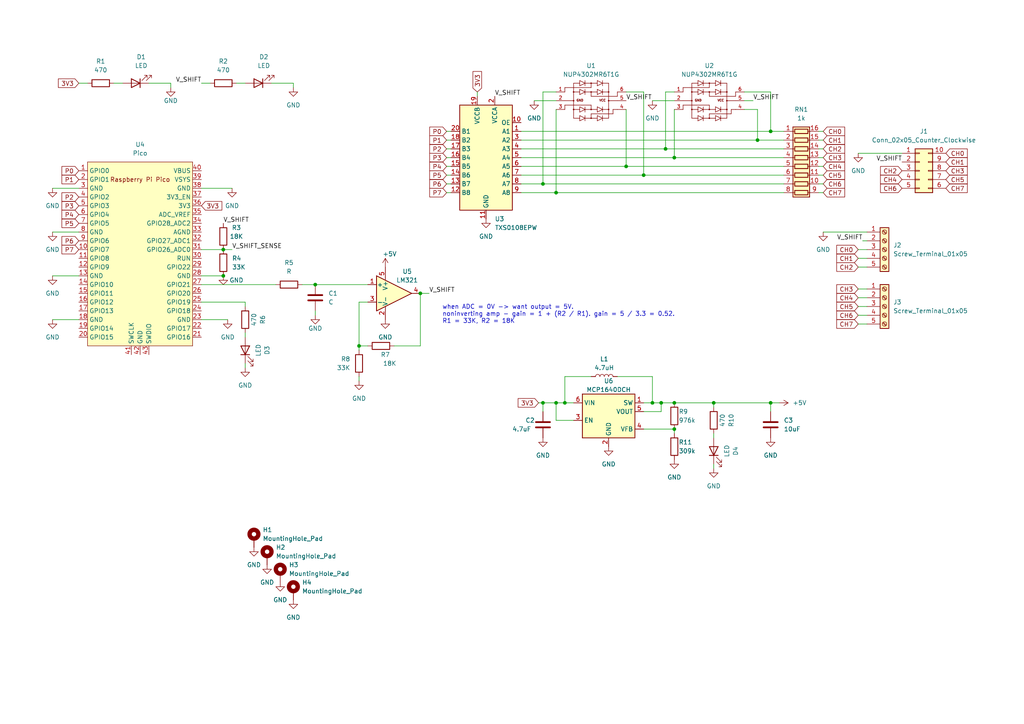
<source format=kicad_sch>
(kicad_sch (version 20230121) (generator eeschema)
  (paper "A4")
  (lib_symbols
    (symbol "Amplifier_Operational:LM321" (pin_names (offset 0.127))
      (property "Reference" "U" (at 0 7.62 0))
      (property "Value" "LM321" (at 0 5.08 0))
      (symbol "LM321_0_1"
        (polyline (pts (xy -5.08 5.08) (xy 5.08 0) (xy -5.08 -5.08) (xy -5.08 5.08)) (stroke (width 0.254)) (fill (type background)))
      )
      (symbol "LM321_1_1"
        (pin input line (at -7.62 2.54 0) (length 2.54) (name "+") (number "1"))
        (pin power_in line (at -2.54 -7.62 90) (length 3.81) (name "V-") (number "2"))
        (pin input line (at -7.62 -2.54 0) (length 2.54) (name "-") (number "3"))
        (pin output line (at 7.62 0 180) (length 2.54) (name "~") (number "4"))
        (pin power_in line (at -2.54 7.62 270) (length 3.81) (name "V+") (number "5"))
      )
    )
    (symbol "Connector:Screw_Terminal_01x05" (pin_names (offset 1.016) hide)
      (property "Reference" "J" (at 0 7.62 0))
      (property "Value" "Screw_Terminal_01x05" (at 0 -7.62 0))
      (symbol "Screw_Terminal_01x05_1_1"
        (rectangle (start -1.27 6.35) (end 1.27 -6.35) (stroke (width 0.254)) (fill (type background)))
        (circle (center 0 -5.08) (radius 0.635) (stroke (width 0.1524)))
        (circle (center 0 -2.54) (radius 0.635) (stroke (width 0.1524)))
        (polyline (pts (xy -0.5334 -4.7498) (xy 0.3302 -5.588)) (stroke (width 0.1524)))
        (polyline (pts (xy -0.5334 -2.2098) (xy 0.3302 -3.048)) (stroke (width 0.1524)))
        (polyline (pts (xy -0.5334 0.3302) (xy 0.3302 -0.508)) (stroke (width 0.1524)))
        (polyline (pts (xy -0.5334 2.8702) (xy 0.3302 2.032)) (stroke (width 0.1524)))
        (polyline (pts (xy -0.5334 5.4102) (xy 0.3302 4.572)) (stroke (width 0.1524)))
        (polyline (pts (xy -0.3556 -4.572) (xy 0.508 -5.4102)) (stroke (width 0.1524)))
        (polyline (pts (xy -0.3556 -2.032) (xy 0.508 -2.8702)) (stroke (width 0.1524)))
        (polyline (pts (xy -0.3556 0.508) (xy 0.508 -0.3302)) (stroke (width 0.1524)))
        (polyline (pts (xy -0.3556 3.048) (xy 0.508 2.2098)) (stroke (width 0.1524)))
        (polyline (pts (xy -0.3556 5.588) (xy 0.508 4.7498)) (stroke (width 0.1524)))
        (circle (center 0 0) (radius 0.635) (stroke (width 0.1524)))
        (circle (center 0 2.54) (radius 0.635) (stroke (width 0.1524)))
        (circle (center 0 5.08) (radius 0.635) (stroke (width 0.1524)))
        (pin passive line (at -5.08 5.08 0) (length 3.81) (name "Pin_1") (number "1"))
        (pin passive line (at -5.08 2.54 0) (length 3.81) (name "Pin_2") (number "2"))
        (pin passive line (at -5.08 0 0) (length 3.81) (name "Pin_3") (number "3"))
        (pin passive line (at -5.08 -2.54 0) (length 3.81) (name "Pin_4") (number "4"))
        (pin passive line (at -5.08 -5.08 0) (length 3.81) (name "Pin_5") (number "5"))
      )
    )
    (symbol "Connector_Generic:Conn_02x05_Counter_Clockwise" (pin_names (offset 1.016) hide)
      (property "Reference" "J" (at 1.27 7.62 0))
      (property "Value" "Conn_02x05_Counter_Clockwise" (at 1.27 -7.62 0))
      (symbol "Conn_02x05_Counter_Clockwise_1_1"
        (rectangle (start -1.27 -4.953) (end 0 -5.207) (stroke (width 0.1524)))
        (rectangle (start -1.27 -2.413) (end 0 -2.667) (stroke (width 0.1524)))
        (rectangle (start -1.27 0.127) (end 0 -0.127) (stroke (width 0.1524)))
        (rectangle (start -1.27 2.667) (end 0 2.413) (stroke (width 0.1524)))
        (rectangle (start -1.27 5.207) (end 0 4.953) (stroke (width 0.1524)))
        (rectangle (start -1.27 6.35) (end 3.81 -6.35) (stroke (width 0.254)) (fill (type background)))
        (rectangle (start 3.81 -4.953) (end 2.54 -5.207) (stroke (width 0.1524)))
        (rectangle (start 3.81 -2.413) (end 2.54 -2.667) (stroke (width 0.1524)))
        (rectangle (start 3.81 0.127) (end 2.54 -0.127) (stroke (width 0.1524)))
        (rectangle (start 3.81 2.667) (end 2.54 2.413) (stroke (width 0.1524)))
        (rectangle (start 3.81 5.207) (end 2.54 4.953) (stroke (width 0.1524)))
        (pin passive line (at -5.08 5.08 0) (length 3.81) (name "Pin_1") (number "1"))
        (pin passive line (at 7.62 5.08 180) (length 3.81) (name "Pin_10") (number "10"))
        (pin passive line (at -5.08 2.54 0) (length 3.81) (name "Pin_2") (number "2"))
        (pin passive line (at -5.08 0 0) (length 3.81) (name "Pin_3") (number "3"))
        (pin passive line (at -5.08 -2.54 0) (length 3.81) (name "Pin_4") (number "4"))
        (pin passive line (at -5.08 -5.08 0) (length 3.81) (name "Pin_5") (number "5"))
        (pin passive line (at 7.62 -5.08 180) (length 3.81) (name "Pin_6") (number "6"))
        (pin passive line (at 7.62 -2.54 180) (length 3.81) (name "Pin_7") (number "7"))
        (pin passive line (at 7.62 0 180) (length 3.81) (name "Pin_8") (number "8"))
        (pin passive line (at 7.62 2.54 180) (length 3.81) (name "Pin_9") (number "9"))
      )
    )
    (symbol "Device:C" (pin_numbers hide) (pin_names (offset 0.254))
      (property "Reference" "C" (at 0.635 2.54 0))
      (property "Value" "C" (at 0.635 -2.54 0))
      (symbol "C_0_1"
        (polyline (pts (xy -2.032 -0.762) (xy 2.032 -0.762)) (stroke (width 0.508)))
        (polyline (pts (xy -2.032 0.762) (xy 2.032 0.762)) (stroke (width 0.508)))
      )
      (symbol "C_1_1"
        (pin passive line (at 0 3.81 270) (length 2.794) (name "~") (number "1"))
        (pin passive line (at 0 -3.81 90) (length 2.794) (name "~") (number "2"))
      )
    )
    (symbol "Device:L" (pin_numbers hide) (pin_names (offset 1.016) hide)
      (property "Reference" "L" (at -1.27 0 90))
      (property "Value" "L" (at 1.905 0 90))
      (symbol "L_0_1"
        (arc (start 0 -2.54) (mid 0.6323 -1.905) (end 0 -1.27))
        (arc (start 0 -1.27) (mid 0.6323 -0.635) (end 0 0))
        (arc (start 0 0) (mid 0.6323 0.635) (end 0 1.27))
        (arc (start 0 1.27) (mid 0.6323 1.905) (end 0 2.54))
      )
      (symbol "L_1_1"
        (pin passive line (at 0 3.81 270) (length 1.27) (name "1") (number "1"))
        (pin passive line (at 0 -3.81 90) (length 1.27) (name "2") (number "2"))
      )
    )
    (symbol "Device:LED" (pin_numbers hide) (pin_names (offset 1.016) hide)
      (property "Reference" "D" (at 0 2.54 0))
      (property "Value" "LED" (at 0 -2.54 0))
      (symbol "LED_0_1"
        (polyline (pts (xy -1.27 -1.27) (xy -1.27 1.27)) (stroke (width 0.254)))
        (polyline (pts (xy -1.27 0) (xy 1.27 0)))
        (polyline (pts (xy 1.27 -1.27) (xy 1.27 1.27) (xy -1.27 0) (xy 1.27 -1.27)) (stroke (width 0.254)))
        (polyline (pts (xy -3.048 -0.762) (xy -4.572 -2.286) (xy -3.81 -2.286) (xy -4.572 -2.286) (xy -4.572 -1.524)))
        (polyline (pts (xy -1.778 -0.762) (xy -3.302 -2.286) (xy -2.54 -2.286) (xy -3.302 -2.286) (xy -3.302 -1.524)))
      )
      (symbol "LED_1_1"
        (pin passive line (at -3.81 0 0) (length 2.54) (name "K") (number "1"))
        (pin passive line (at 3.81 0 180) (length 2.54) (name "A") (number "2"))
      )
    )
    (symbol "Device:R" (pin_numbers hide) (pin_names (offset 0))
      (property "Reference" "R" (at 2.032 0 90))
      (property "Value" "R" (at 0 0 90))
      (symbol "R_0_1"
        (rectangle (start -1.016 -2.54) (end 1.016 2.54) (stroke (width 0.254)))
      )
      (symbol "R_1_1"
        (pin passive line (at 0 3.81 270) (length 1.27) (name "~") (number "1"))
        (pin passive line (at 0 -3.81 90) (length 1.27) (name "~") (number "2"))
      )
    )
    (symbol "Device:R_Pack08" (pin_names (offset 0) hide)
      (property "Reference" "RN" (at -12.7 0 90))
      (property "Value" "R_Pack08" (at 10.16 0 90))
      (symbol "R_Pack08_0_1"
        (rectangle (start -11.43 -2.413) (end 8.89 2.413) (stroke (width 0.254)) (fill (type background)))
        (rectangle (start -10.795 1.905) (end -9.525 -1.905) (stroke (width 0.254)))
        (rectangle (start -8.255 1.905) (end -6.985 -1.905) (stroke (width 0.254)))
        (rectangle (start -5.715 1.905) (end -4.445 -1.905) (stroke (width 0.254)))
        (rectangle (start -3.175 1.905) (end -1.905 -1.905) (stroke (width 0.254)))
        (rectangle (start -0.635 1.905) (end 0.635 -1.905) (stroke (width 0.254)))
        (polyline (pts (xy -10.16 -2.54) (xy -10.16 -1.905)))
        (polyline (pts (xy -10.16 1.905) (xy -10.16 2.54)))
        (polyline (pts (xy -7.62 -2.54) (xy -7.62 -1.905)))
        (polyline (pts (xy -7.62 1.905) (xy -7.62 2.54)))
        (polyline (pts (xy -5.08 -2.54) (xy -5.08 -1.905)))
        (polyline (pts (xy -5.08 1.905) (xy -5.08 2.54)))
        (polyline (pts (xy -2.54 -2.54) (xy -2.54 -1.905)))
        (polyline (pts (xy -2.54 1.905) (xy -2.54 2.54)))
        (polyline (pts (xy 0 -2.54) (xy 0 -1.905)))
        (polyline (pts (xy 0 1.905) (xy 0 2.54)))
        (polyline (pts (xy 2.54 -2.54) (xy 2.54 -1.905)))
        (polyline (pts (xy 2.54 1.905) (xy 2.54 2.54)))
        (polyline (pts (xy 5.08 -2.54) (xy 5.08 -1.905)))
        (polyline (pts (xy 5.08 1.905) (xy 5.08 2.54)))
        (polyline (pts (xy 7.62 -2.54) (xy 7.62 -1.905)))
        (polyline (pts (xy 7.62 1.905) (xy 7.62 2.54)))
        (rectangle (start 1.905 1.905) (end 3.175 -1.905) (stroke (width 0.254)))
        (rectangle (start 4.445 1.905) (end 5.715 -1.905) (stroke (width 0.254)))
        (rectangle (start 6.985 1.905) (end 8.255 -1.905) (stroke (width 0.254)))
      )
      (symbol "R_Pack08_1_1"
        (pin passive line (at -10.16 -5.08 90) (length 2.54) (name "R1.1") (number "1"))
        (pin passive line (at 5.08 5.08 270) (length 2.54) (name "R7.2") (number "10"))
        (pin passive line (at 2.54 5.08 270) (length 2.54) (name "R6.2") (number "11"))
        (pin passive line (at 0 5.08 270) (length 2.54) (name "R5.2") (number "12"))
        (pin passive line (at -2.54 5.08 270) (length 2.54) (name "R4.2") (number "13"))
        (pin passive line (at -5.08 5.08 270) (length 2.54) (name "R3.2") (number "14"))
        (pin passive line (at -7.62 5.08 270) (length 2.54) (name "R2.2") (number "15"))
        (pin passive line (at -10.16 5.08 270) (length 2.54) (name "R1.2") (number "16"))
        (pin passive line (at -7.62 -5.08 90) (length 2.54) (name "R2.1") (number "2"))
        (pin passive line (at -5.08 -5.08 90) (length 2.54) (name "R3.1") (number "3"))
        (pin passive line (at -2.54 -5.08 90) (length 2.54) (name "R4.1") (number "4"))
        (pin passive line (at 0 -5.08 90) (length 2.54) (name "R5.1") (number "5"))
        (pin passive line (at 2.54 -5.08 90) (length 2.54) (name "R6.1") (number "6"))
        (pin passive line (at 5.08 -5.08 90) (length 2.54) (name "R7.1") (number "7"))
        (pin passive line (at 7.62 -5.08 90) (length 2.54) (name "R8.1") (number "8"))
        (pin passive line (at 7.62 5.08 270) (length 2.54) (name "R8.2") (number "9"))
      )
    )
    (symbol "Logic_LevelTranslator:TXS0108EPW"
      (property "Reference" "U" (at -6.35 16.51 0))
      (property "Value" "TXS0108EPW" (at 3.81 16.51 0))
      (symbol "TXS0108EPW_0_1"
        (rectangle (start -7.62 15.24) (end 7.62 -15.24) (stroke (width 0.254)) (fill (type background)))
      )
      (symbol "TXS0108EPW_1_1"
        (pin bidirectional line (at -10.16 7.62 0) (length 2.54) (name "A1") (number "1"))
        (pin input line (at -10.16 10.16 0) (length 2.54) (name "OE") (number "10"))
        (pin power_in line (at 0 -17.78 90) (length 2.54) (name "GND") (number "11"))
        (pin bidirectional line (at 10.16 -10.16 180) (length 2.54) (name "B8") (number "12"))
        (pin bidirectional line (at 10.16 -7.62 180) (length 2.54) (name "B7") (number "13"))
        (pin bidirectional line (at 10.16 -5.08 180) (length 2.54) (name "B6") (number "14"))
        (pin bidirectional line (at 10.16 -2.54 180) (length 2.54) (name "B5") (number "15"))
        (pin bidirectional line (at 10.16 0 180) (length 2.54) (name "B4") (number "16"))
        (pin bidirectional line (at 10.16 2.54 180) (length 2.54) (name "B3") (number "17"))
        (pin bidirectional line (at 10.16 5.08 180) (length 2.54) (name "B2") (number "18"))
        (pin power_in line (at 2.54 17.78 270) (length 2.54) (name "VCCB") (number "19"))
        (pin power_in line (at -2.54 17.78 270) (length 2.54) (name "VCCA") (number "2"))
        (pin bidirectional line (at 10.16 7.62 180) (length 2.54) (name "B1") (number "20"))
        (pin bidirectional line (at -10.16 5.08 0) (length 2.54) (name "A2") (number "3"))
        (pin bidirectional line (at -10.16 2.54 0) (length 2.54) (name "A3") (number "4"))
        (pin bidirectional line (at -10.16 0 0) (length 2.54) (name "A4") (number "5"))
        (pin bidirectional line (at -10.16 -2.54 0) (length 2.54) (name "A5") (number "6"))
        (pin bidirectional line (at -10.16 -5.08 0) (length 2.54) (name "A6") (number "7"))
        (pin bidirectional line (at -10.16 -7.62 0) (length 2.54) (name "A7") (number "8"))
        (pin bidirectional line (at -10.16 -10.16 0) (length 2.54) (name "A8") (number "9"))
      )
    )
    (symbol "MCU_RaspberryPi_and_Boards:Pico"
      (property "Reference" "U" (at -13.97 27.94 0))
      (property "Value" "Pico" (at 0 19.05 0))
      (symbol "Pico_0_0"
        (text "Raspberry Pi Pico" (at 0 21.59 0) (effects (font (size 1.27 1.27))))
      )
      (symbol "Pico_0_1"
        (rectangle (start -15.24 26.67) (end 15.24 -26.67) (fill (type background)))
      )
      (symbol "Pico_1_1"
        (pin bidirectional line (at -17.78 24.13 0) (length 2.54) (name "GPIO0") (number "1"))
        (pin bidirectional line (at -17.78 1.27 0) (length 2.54) (name "GPIO7") (number "10"))
        (pin bidirectional line (at -17.78 -1.27 0) (length 2.54) (name "GPIO8") (number "11"))
        (pin bidirectional line (at -17.78 -3.81 0) (length 2.54) (name "GPIO9") (number "12"))
        (pin power_in line (at -17.78 -6.35 0) (length 2.54) (name "GND") (number "13"))
        (pin bidirectional line (at -17.78 -8.89 0) (length 2.54) (name "GPIO10") (number "14"))
        (pin bidirectional line (at -17.78 -11.43 0) (length 2.54) (name "GPIO11") (number "15"))
        (pin bidirectional line (at -17.78 -13.97 0) (length 2.54) (name "GPIO12") (number "16"))
        (pin bidirectional line (at -17.78 -16.51 0) (length 2.54) (name "GPIO13") (number "17"))
        (pin power_in line (at -17.78 -19.05 0) (length 2.54) (name "GND") (number "18"))
        (pin bidirectional line (at -17.78 -21.59 0) (length 2.54) (name "GPIO14") (number "19"))
        (pin bidirectional line (at -17.78 21.59 0) (length 2.54) (name "GPIO1") (number "2"))
        (pin bidirectional line (at -17.78 -24.13 0) (length 2.54) (name "GPIO15") (number "20"))
        (pin bidirectional line (at 17.78 -24.13 180) (length 2.54) (name "GPIO16") (number "21"))
        (pin bidirectional line (at 17.78 -21.59 180) (length 2.54) (name "GPIO17") (number "22"))
        (pin power_in line (at 17.78 -19.05 180) (length 2.54) (name "GND") (number "23"))
        (pin bidirectional line (at 17.78 -16.51 180) (length 2.54) (name "GPIO18") (number "24"))
        (pin bidirectional line (at 17.78 -13.97 180) (length 2.54) (name "GPIO19") (number "25"))
        (pin bidirectional line (at 17.78 -11.43 180) (length 2.54) (name "GPIO20") (number "26"))
        (pin bidirectional line (at 17.78 -8.89 180) (length 2.54) (name "GPIO21") (number "27"))
        (pin power_in line (at 17.78 -6.35 180) (length 2.54) (name "GND") (number "28"))
        (pin bidirectional line (at 17.78 -3.81 180) (length 2.54) (name "GPIO22") (number "29"))
        (pin power_in line (at -17.78 19.05 0) (length 2.54) (name "GND") (number "3"))
        (pin input line (at 17.78 -1.27 180) (length 2.54) (name "RUN") (number "30"))
        (pin bidirectional line (at 17.78 1.27 180) (length 2.54) (name "GPIO26_ADC0") (number "31"))
        (pin bidirectional line (at 17.78 3.81 180) (length 2.54) (name "GPIO27_ADC1") (number "32"))
        (pin power_in line (at 17.78 6.35 180) (length 2.54) (name "AGND") (number "33"))
        (pin bidirectional line (at 17.78 8.89 180) (length 2.54) (name "GPIO28_ADC2") (number "34"))
        (pin power_in line (at 17.78 11.43 180) (length 2.54) (name "ADC_VREF") (number "35"))
        (pin power_in line (at 17.78 13.97 180) (length 2.54) (name "3V3") (number "36"))
        (pin input line (at 17.78 16.51 180) (length 2.54) (name "3V3_EN") (number "37"))
        (pin bidirectional line (at 17.78 19.05 180) (length 2.54) (name "GND") (number "38"))
        (pin power_in line (at 17.78 21.59 180) (length 2.54) (name "VSYS") (number "39"))
        (pin bidirectional line (at -17.78 16.51 0) (length 2.54) (name "GPIO2") (number "4"))
        (pin power_in line (at 17.78 24.13 180) (length 2.54) (name "VBUS") (number "40"))
        (pin input line (at -2.54 -29.21 90) (length 2.54) (name "SWCLK") (number "41"))
        (pin power_in line (at 0 -29.21 90) (length 2.54) (name "GND") (number "42"))
        (pin bidirectional line (at 2.54 -29.21 90) (length 2.54) (name "SWDIO") (number "43"))
        (pin bidirectional line (at -17.78 13.97 0) (length 2.54) (name "GPIO3") (number "5"))
        (pin bidirectional line (at -17.78 11.43 0) (length 2.54) (name "GPIO4") (number "6"))
        (pin bidirectional line (at -17.78 8.89 0) (length 2.54) (name "GPIO5") (number "7"))
        (pin power_in line (at -17.78 6.35 0) (length 2.54) (name "GND") (number "8"))
        (pin bidirectional line (at -17.78 3.81 0) (length 2.54) (name "GPIO6") (number "9"))
      )
    )
    (symbol "Mechanical:MountingHole_Pad" (pin_numbers hide) (pin_names (offset 1.016) hide)
      (property "Reference" "H" (at 0 6.35 0))
      (property "Value" "MountingHole_Pad" (at 0 4.445 0))
      (symbol "MountingHole_Pad_0_1"
        (circle (center 0 1.27) (radius 1.27) (stroke (width 1.27)))
      )
      (symbol "MountingHole_Pad_1_1"
        (pin input line (at 0 -2.54 90) (length 2.54) (name "1") (number "1"))
      )
    )
    (symbol "Regulator_Switching:MCP1640DCH"
      (property "Reference" "U" (at -7.62 8.89 0))
      (property "Value" "MCP1640DCH" (at -1.27 8.89 0))
      (symbol "MCP1640DCH_0_1"
        (rectangle (start -7.62 7.62) (end 7.62 -5.08) (stroke (width 0.254)) (fill (type background)))
      )
      (symbol "MCP1640DCH_1_1"
        (pin input line (at 10.16 5.08 180) (length 2.54) (name "SW") (number "1"))
        (pin power_in line (at 0 -7.62 90) (length 2.54) (name "GND") (number "2"))
        (pin input line (at -10.16 0 0) (length 2.54) (name "EN") (number "3"))
        (pin input line (at 10.16 -2.54 180) (length 2.54) (name "VFB") (number "4"))
        (pin power_out line (at 10.16 2.54 180) (length 2.54) (name "VOUT") (number "5"))
        (pin power_in line (at -10.16 5.08 0) (length 2.54) (name "VIN") (number "6"))
      )
    )
    (symbol "Schottky_array:NUP4302MR6T1G" (pin_names (offset 1.016))
      (property "Reference" "U" (at -5.08 6.858 0))
      (property "Value" "NUP4302MR6T1G" (at -5.08 -8.89 0))
      (symbol "NUP4302MR6T1G_0_0"
        (circle (center -5.08 -2.54) (radius 0.127) (stroke (width 0.2032)))
        (circle (center -5.08 0) (radius 0.127) (stroke (width 0.2032)))
        (circle (center -5.08 2.54) (radius 0.127) (stroke (width 0.2032)))
        (circle (center 0 -5.08) (radius 0.127) (stroke (width 0.2032)))
        (circle (center 0 -2.54) (radius 0.127) (stroke (width 0.2032)))
        (polyline (pts (xy -7.62 -2.54) (xy -7.62 -1.27)) (stroke (width 0.1524)))
        (polyline (pts (xy -7.62 -1.27) (xy 0 -1.27)) (stroke (width 0.1524)))
        (polyline (pts (xy -7.62 0) (xy -5.08 0)) (stroke (width 0.1524)))
        (polyline (pts (xy -7.62 2.54) (xy -7.62 3.81)) (stroke (width 0.1524)))
        (polyline (pts (xy -7.62 3.81) (xy 0 3.81)) (stroke (width 0.1524)))
        (polyline (pts (xy -5.08 -5.08) (xy -3.302 -5.08)) (stroke (width 0.1524)))
        (polyline (pts (xy -5.08 -2.54) (xy -3.302 -2.54)) (stroke (width 0.1524)))
        (polyline (pts (xy -5.08 0) (xy -5.08 -5.08)) (stroke (width 0.1524)))
        (polyline (pts (xy -5.08 2.54) (xy -3.302 2.54)) (stroke (width 0.1524)))
        (polyline (pts (xy -5.08 5.08) (xy -5.08 0)) (stroke (width 0.1524)))
        (polyline (pts (xy -5.08 5.08) (xy -3.302 5.08)) (stroke (width 0.1524)))
        (polyline (pts (xy -3.302 -5.842) (xy -1.778 -5.08)) (stroke (width 0.1524)))
        (polyline (pts (xy -3.302 -5.08) (xy -3.302 -5.842)) (stroke (width 0.1524)))
        (polyline (pts (xy -3.302 -4.318) (xy -3.302 -5.08)) (stroke (width 0.1524)))
        (polyline (pts (xy -3.302 -3.302) (xy -1.778 -2.54)) (stroke (width 0.1524)))
        (polyline (pts (xy -3.302 -2.54) (xy -3.302 -3.302)) (stroke (width 0.1524)))
        (polyline (pts (xy -3.302 -1.778) (xy -3.302 -2.54)) (stroke (width 0.1524)))
        (polyline (pts (xy -3.302 1.778) (xy -1.778 2.54)) (stroke (width 0.1524)))
        (polyline (pts (xy -3.302 2.54) (xy -3.302 1.778)) (stroke (width 0.1524)))
        (polyline (pts (xy -3.302 3.302) (xy -3.302 2.54)) (stroke (width 0.1524)))
        (polyline (pts (xy -3.302 4.318) (xy -1.778 5.08)) (stroke (width 0.1524)))
        (polyline (pts (xy -3.302 5.08) (xy -3.302 4.318)) (stroke (width 0.1524)))
        (polyline (pts (xy -3.302 5.842) (xy -3.302 5.08)) (stroke (width 0.1524)))
        (polyline (pts (xy -1.778 -5.08) (xy -3.302 -4.318)) (stroke (width 0.1524)))
        (polyline (pts (xy -1.778 -5.08) (xy -1.778 -5.842)) (stroke (width 0.1524)))
        (polyline (pts (xy -1.778 -5.08) (xy 0 -5.08)) (stroke (width 0.1524)))
        (polyline (pts (xy -1.778 -4.318) (xy -1.778 -5.08)) (stroke (width 0.1524)))
        (polyline (pts (xy -1.778 -2.54) (xy -3.302 -1.778)) (stroke (width 0.1524)))
        (polyline (pts (xy -1.778 -2.54) (xy -1.778 -3.302)) (stroke (width 0.1524)))
        (polyline (pts (xy -1.778 -2.54) (xy 0 -2.54)) (stroke (width 0.1524)))
        (polyline (pts (xy -1.778 -1.778) (xy -1.778 -2.54)) (stroke (width 0.1524)))
        (polyline (pts (xy -1.778 2.54) (xy -3.302 3.302)) (stroke (width 0.1524)))
        (polyline (pts (xy -1.778 2.54) (xy -1.778 1.778)) (stroke (width 0.1524)))
        (polyline (pts (xy -1.778 2.54) (xy 0 2.54)) (stroke (width 0.1524)))
        (polyline (pts (xy -1.778 3.302) (xy -1.778 2.54)) (stroke (width 0.1524)))
        (polyline (pts (xy -1.778 5.08) (xy -3.302 5.842)) (stroke (width 0.1524)))
        (polyline (pts (xy -1.778 5.08) (xy -1.778 4.318)) (stroke (width 0.1524)))
        (polyline (pts (xy -1.778 5.08) (xy 0 5.08)) (stroke (width 0.1524)))
        (polyline (pts (xy -1.778 5.842) (xy -1.778 5.08)) (stroke (width 0.1524)))
        (polyline (pts (xy 0 -5.08) (xy 1.778 -5.08)) (stroke (width 0.1524)))
        (polyline (pts (xy 0 -3.81) (xy 0 -5.08)) (stroke (width 0.1524)))
        (polyline (pts (xy 0 -2.54) (xy 1.778 -2.54)) (stroke (width 0.1524)))
        (polyline (pts (xy 0 -1.27) (xy 0 -2.54)) (stroke (width 0.1524)))
        (polyline (pts (xy 0 1.27) (xy 0 2.54)) (stroke (width 0.1524)))
        (polyline (pts (xy 0 2.54) (xy 1.778 2.54)) (stroke (width 0.1524)))
        (polyline (pts (xy 0 3.81) (xy 0 5.08)) (stroke (width 0.1524)))
        (polyline (pts (xy 0 5.08) (xy 1.778 5.08)) (stroke (width 0.1524)))
        (polyline (pts (xy 1.778 -5.842) (xy 3.302 -5.08)) (stroke (width 0.1524)))
        (polyline (pts (xy 1.778 -5.08) (xy 1.778 -5.842)) (stroke (width 0.1524)))
        (polyline (pts (xy 1.778 -4.318) (xy 1.778 -5.08)) (stroke (width 0.1524)))
        (polyline (pts (xy 1.778 -3.302) (xy 3.302 -2.54)) (stroke (width 0.1524)))
        (polyline (pts (xy 1.778 -2.54) (xy 1.778 -3.302)) (stroke (width 0.1524)))
        (polyline (pts (xy 1.778 -1.778) (xy 1.778 -2.54)) (stroke (width 0.1524)))
        (polyline (pts (xy 1.778 1.778) (xy 3.302 2.54)) (stroke (width 0.1524)))
        (polyline (pts (xy 1.778 2.54) (xy 1.778 1.778)) (stroke (width 0.1524)))
        (polyline (pts (xy 1.778 3.302) (xy 1.778 2.54)) (stroke (width 0.1524)))
        (polyline (pts (xy 1.778 4.318) (xy 3.302 5.08)) (stroke (width 0.1524)))
        (polyline (pts (xy 1.778 5.08) (xy 1.778 4.318)) (stroke (width 0.1524)))
        (polyline (pts (xy 1.778 5.842) (xy 1.778 5.08)) (stroke (width 0.1524)))
        (polyline (pts (xy 3.302 -5.08) (xy 1.778 -4.318)) (stroke (width 0.1524)))
        (polyline (pts (xy 3.302 -5.08) (xy 3.302 -5.842)) (stroke (width 0.1524)))
        (polyline (pts (xy 3.302 -5.08) (xy 5.08 -5.08)) (stroke (width 0.1524)))
        (polyline (pts (xy 3.302 -4.318) (xy 3.302 -5.08)) (stroke (width 0.1524)))
        (polyline (pts (xy 3.302 -2.54) (xy 1.778 -1.778)) (stroke (width 0.1524)))
        (polyline (pts (xy 3.302 -2.54) (xy 3.302 -3.302)) (stroke (width 0.1524)))
        (polyline (pts (xy 3.302 -2.54) (xy 5.08 -2.54)) (stroke (width 0.1524)))
        (polyline (pts (xy 3.302 -1.778) (xy 3.302 -2.54)) (stroke (width 0.1524)))
        (polyline (pts (xy 3.302 2.54) (xy 1.778 3.302)) (stroke (width 0.1524)))
        (polyline (pts (xy 3.302 2.54) (xy 3.302 1.778)) (stroke (width 0.1524)))
        (polyline (pts (xy 3.302 2.54) (xy 5.08 2.54)) (stroke (width 0.1524)))
        (polyline (pts (xy 3.302 3.302) (xy 3.302 2.54)) (stroke (width 0.1524)))
        (polyline (pts (xy 3.302 5.08) (xy 1.778 5.842)) (stroke (width 0.1524)))
        (polyline (pts (xy 3.302 5.08) (xy 3.302 4.318)) (stroke (width 0.1524)))
        (polyline (pts (xy 3.302 5.08) (xy 5.08 5.08)) (stroke (width 0.1524)))
        (polyline (pts (xy 3.302 5.842) (xy 3.302 5.08)) (stroke (width 0.1524)))
        (polyline (pts (xy 5.08 0) (xy 5.08 -5.08)) (stroke (width 0.1524)))
        (polyline (pts (xy 5.08 5.08) (xy 5.08 0)) (stroke (width 0.1524)))
        (polyline (pts (xy 6.35 -3.81) (xy 0 -3.81)) (stroke (width 0.1524)))
        (polyline (pts (xy 6.35 -2.54) (xy 6.35 -3.81)) (stroke (width 0.1524)))
        (polyline (pts (xy 7.62 -2.54) (xy 6.35 -2.54)) (stroke (width 0.1524)))
        (polyline (pts (xy 7.62 0) (xy 5.08 0)) (stroke (width 0.1524)))
        (polyline (pts (xy 7.62 1.27) (xy 0 1.27)) (stroke (width 0.1524)))
        (polyline (pts (xy 7.62 2.54) (xy 7.62 1.27)) (stroke (width 0.1524)))
        (circle (center 0 2.54) (radius 0.127) (stroke (width 0.2032)))
        (circle (center 0 5.08) (radius 0.127) (stroke (width 0.2032)))
        (circle (center 5.08 -2.54) (radius 0.127) (stroke (width 0.2032)))
        (circle (center 5.08 0) (radius 0.127) (stroke (width 0.2032)))
        (circle (center 5.08 2.54) (radius 0.127) (stroke (width 0.2032)))
        (text "GND" (at -4.318 -0.254 0) (effects (font (size 0.635 0.635)) (justify left bottom)))
        (text "VCC" (at 2.286 -0.254 0) (effects (font (size 0.635 0.635)) (justify left bottom)))
        (pin passive line (at -10.16 2.54 0) (length 2.54) (name "~") (number "1"))
        (pin passive line (at -10.16 0 0) (length 2.54) (name "~") (number "2"))
        (pin passive line (at -10.16 -2.54 0) (length 2.54) (name "~") (number "3"))
        (pin passive line (at 10.16 -2.54 180) (length 2.54) (name "~") (number "4"))
        (pin passive line (at 10.16 0 180) (length 2.54) (name "~") (number "5"))
        (pin passive line (at 10.16 2.54 180) (length 2.54) (name "~") (number "6"))
      )
    )
    (symbol "power:+5V" (power) (pin_names (offset 0))
      (property "Value" "+5V" (at 0 3.556 0))
      (symbol "+5V_0_1"
        (polyline (pts (xy -0.762 1.27) (xy 0 2.54)))
        (polyline (pts (xy 0 0) (xy 0 2.54)))
        (polyline (pts (xy 0 2.54) (xy 0.762 1.27)))
      )
      (symbol "+5V_1_1"
        (pin power_in line (at 0 0 90) (length 0) hide (name "+5V") (number "1"))
      )
    )
    (symbol "power:GND" (power) (pin_names (offset 0))
      (property "Value" "GND" (at 0 -3.81 0))
      (symbol "GND_0_1"
        (polyline (pts (xy 0 0) (xy 0 -1.27) (xy 1.27 -1.27) (xy 0 -2.54) (xy -1.27 -1.27) (xy 0 -1.27)))
      )
      (symbol "GND_1_1"
        (pin power_in line (at 0 0 270) (length 0) hide (name "GND") (number "1"))
      )
    )
  )
  (junction (at 161.29 55.88))
  (junction (at 195.58 124.46))
  (junction (at 157.48 53.34))
  (junction (at 163.83 116.84))
  (junction (at 195.58 45.72))
  (junction (at 121.92 85.09))
  (junction (at 157.48 116.84))
  (junction (at 223.52 38.1))
  (junction (at 219.71 40.64))
  (junction (at 191.77 116.84))
  (junction (at 104.14 100.33))
  (junction (at 189.23 116.84))
  (junction (at 195.58 116.84))
  (junction (at 193.04 43.18))
  (junction (at 223.52 116.84))
  (junction (at 91.44 82.55))
  (junction (at 64.77 72.39))
  (junction (at 181.61 48.26))
  (junction (at 161.29 116.84))
  (junction (at 207.01 116.84))
  (junction (at 186.69 50.8))
  (junction (at 64.77 80.01))
  (wire (pts (xy 195.58 26.67) (xy 193.04 26.67)))
  (wire (pts (xy 151.13 40.64) (xy 219.71 40.64)))
  (wire (pts (xy 58.42 72.39) (xy 64.77 72.39)))
  (wire (pts (xy 49.53 24.13) (xy 49.53 25.4)))
  (wire (pts (xy 223.52 116.84) (xy 226.06 116.84)))
  (wire (pts (xy 193.04 26.67) (xy 193.04 43.18)))
  (wire (pts (xy 114.3 100.33) (xy 121.92 100.33)))
  (wire (pts (xy 238.76 53.34) (xy 237.49 53.34)))
  (wire (pts (xy 223.52 26.67) (xy 223.52 38.1)))
  (wire (pts (xy 66.04 92.71) (xy 58.42 92.71)))
  (wire (pts (xy 157.48 26.67) (xy 157.48 53.34)))
  (wire (pts (xy 71.12 97.79) (xy 71.12 96.52)))
  (wire (pts (xy 181.61 48.26) (xy 227.33 48.26)))
  (wire (pts (xy 238.76 45.72) (xy 237.49 45.72)))
  (wire (pts (xy 151.13 45.72) (xy 195.58 45.72)))
  (wire (pts (xy 189.23 109.22) (xy 189.23 116.84)))
  (wire (pts (xy 104.14 101.6) (xy 104.14 100.33)))
  (wire (pts (xy 191.77 116.84) (xy 195.58 116.84)))
  (wire (pts (xy 68.58 24.13) (xy 71.12 24.13)))
  (wire (pts (xy 251.46 86.36) (xy 248.92 86.36)))
  (wire (pts (xy 161.29 116.84) (xy 161.29 121.92)))
  (wire (pts (xy 195.58 124.46) (xy 195.58 125.73)))
  (wire (pts (xy 223.52 116.84) (xy 223.52 119.38)))
  (wire (pts (xy 251.46 74.93) (xy 248.92 74.93)))
  (wire (pts (xy 248.92 44.45) (xy 261.62 44.45)))
  (wire (pts (xy 251.46 72.39) (xy 248.92 72.39)))
  (wire (pts (xy 223.52 38.1) (xy 227.33 38.1)))
  (wire (pts (xy 151.13 48.26) (xy 181.61 48.26)))
  (wire (pts (xy 195.58 45.72) (xy 227.33 45.72)))
  (wire (pts (xy 163.83 109.22) (xy 171.45 109.22)))
  (wire (pts (xy 251.46 69.85) (xy 250.19 69.85)))
  (wire (pts (xy 15.24 92.71) (xy 22.86 92.71)))
  (wire (pts (xy 15.24 67.31) (xy 22.86 67.31)))
  (wire (pts (xy 121.92 85.09) (xy 121.92 100.33)))
  (wire (pts (xy 238.76 55.88) (xy 237.49 55.88)))
  (wire (pts (xy 251.46 88.9) (xy 248.92 88.9)))
  (wire (pts (xy 157.48 116.84) (xy 161.29 116.84)))
  (wire (pts (xy 207.01 116.84) (xy 223.52 116.84)))
  (wire (pts (xy 193.04 43.18) (xy 227.33 43.18)))
  (wire (pts (xy 215.9 31.75) (xy 219.71 31.75)))
  (wire (pts (xy 251.46 91.44) (xy 248.92 91.44)))
  (wire (pts (xy 58.42 24.13) (xy 60.96 24.13)))
  (wire (pts (xy 161.29 31.75) (xy 161.29 55.88)))
  (wire (pts (xy 186.69 50.8) (xy 227.33 50.8)))
  (wire (pts (xy 238.76 67.31) (xy 251.46 67.31)))
  (wire (pts (xy 151.13 38.1) (xy 223.52 38.1)))
  (wire (pts (xy 189.23 116.84) (xy 191.77 116.84)))
  (wire (pts (xy 71.12 87.63) (xy 71.12 88.9)))
  (wire (pts (xy 219.71 40.64) (xy 227.33 40.64)))
  (wire (pts (xy 129.54 43.18) (xy 130.81 43.18)))
  (wire (pts (xy 215.9 26.67) (xy 223.52 26.67)))
  (wire (pts (xy 151.13 50.8) (xy 186.69 50.8)))
  (wire (pts (xy 154.94 29.21) (xy 161.29 29.21)))
  (wire (pts (xy 191.77 119.38) (xy 186.69 119.38)))
  (wire (pts (xy 15.24 54.61) (xy 22.86 54.61)))
  (wire (pts (xy 207.01 116.84) (xy 207.01 118.11)))
  (wire (pts (xy 22.86 24.13) (xy 25.4 24.13)))
  (wire (pts (xy 166.37 116.84) (xy 163.83 116.84)))
  (wire (pts (xy 238.76 50.8) (xy 237.49 50.8)))
  (wire (pts (xy 186.69 124.46) (xy 195.58 124.46)))
  (wire (pts (xy 179.07 109.22) (xy 189.23 109.22)))
  (wire (pts (xy 129.54 48.26) (xy 130.81 48.26)))
  (wire (pts (xy 106.68 100.33) (xy 104.14 100.33)))
  (wire (pts (xy 129.54 50.8) (xy 130.81 50.8)))
  (wire (pts (xy 161.29 26.67) (xy 157.48 26.67)))
  (wire (pts (xy 251.46 93.98) (xy 248.92 93.98)))
  (wire (pts (xy 129.54 45.72) (xy 130.81 45.72)))
  (wire (pts (xy 215.9 29.21) (xy 218.44 29.21)))
  (wire (pts (xy 129.54 38.1) (xy 130.81 38.1)))
  (wire (pts (xy 104.14 110.49) (xy 104.14 109.22)))
  (wire (pts (xy 161.29 121.92) (xy 166.37 121.92)))
  (wire (pts (xy 219.71 31.75) (xy 219.71 40.64)))
  (wire (pts (xy 238.76 38.1) (xy 237.49 38.1)))
  (wire (pts (xy 251.46 77.47) (xy 248.92 77.47)))
  (wire (pts (xy 195.58 31.75) (xy 195.58 45.72)))
  (wire (pts (xy 71.12 106.68) (xy 71.12 105.41)))
  (wire (pts (xy 91.44 82.55) (xy 87.63 82.55)))
  (wire (pts (xy 104.14 87.63) (xy 104.14 100.33)))
  (wire (pts (xy 129.54 53.34) (xy 130.81 53.34)))
  (wire (pts (xy 191.77 116.84) (xy 191.77 119.38)))
  (wire (pts (xy 186.69 26.67) (xy 186.69 50.8)))
  (wire (pts (xy 64.77 72.39) (xy 67.31 72.39)))
  (wire (pts (xy 238.76 40.64) (xy 237.49 40.64)))
  (wire (pts (xy 129.54 40.64) (xy 130.81 40.64)))
  (wire (pts (xy 151.13 53.34) (xy 157.48 53.34)))
  (wire (pts (xy 181.61 31.75) (xy 181.61 48.26)))
  (wire (pts (xy 189.23 29.21) (xy 195.58 29.21)))
  (wire (pts (xy 58.42 87.63) (xy 71.12 87.63)))
  (wire (pts (xy 121.92 85.09) (xy 124.46 85.09)))
  (wire (pts (xy 85.09 24.13) (xy 85.09 25.4)))
  (wire (pts (xy 161.29 55.88) (xy 227.33 55.88)))
  (wire (pts (xy 78.74 24.13) (xy 85.09 24.13)))
  (wire (pts (xy 163.83 116.84) (xy 161.29 116.84)))
  (wire (pts (xy 238.76 48.26) (xy 237.49 48.26)))
  (wire (pts (xy 138.43 26.67) (xy 138.43 27.94)))
  (wire (pts (xy 91.44 82.55) (xy 106.68 82.55)))
  (wire (pts (xy 33.02 24.13) (xy 35.56 24.13)))
  (wire (pts (xy 67.31 54.61) (xy 58.42 54.61)))
  (wire (pts (xy 151.13 55.88) (xy 161.29 55.88)))
  (wire (pts (xy 129.54 55.88) (xy 130.81 55.88)))
  (wire (pts (xy 157.48 53.34) (xy 227.33 53.34)))
  (wire (pts (xy 195.58 116.84) (xy 207.01 116.84)))
  (wire (pts (xy 91.44 91.44) (xy 91.44 90.17)))
  (wire (pts (xy 156.21 116.84) (xy 157.48 116.84)))
  (wire (pts (xy 186.69 116.84) (xy 189.23 116.84)))
  (wire (pts (xy 43.18 24.13) (xy 49.53 24.13)))
  (wire (pts (xy 181.61 26.67) (xy 186.69 26.67)))
  (wire (pts (xy 163.83 116.84) (xy 163.83 109.22)))
  (wire (pts (xy 151.13 43.18) (xy 193.04 43.18)))
  (wire (pts (xy 64.77 80.01) (xy 58.42 80.01)))
  (wire (pts (xy 15.24 80.01) (xy 22.86 80.01)))
  (wire (pts (xy 106.68 87.63) (xy 104.14 87.63)))
  (wire (pts (xy 58.42 82.55) (xy 80.01 82.55)))
  (wire (pts (xy 251.46 83.82) (xy 248.92 83.82)))
  (wire (pts (xy 207.01 135.89) (xy 207.01 134.62)))
  (wire (pts (xy 207.01 127) (xy 207.01 125.73)))
  (wire (pts (xy 157.48 116.84) (xy 157.48 119.38)))
  (wire (pts (xy 238.76 43.18) (xy 237.49 43.18)))
  (text "when ADC = 0V -> want output = 5V.\nnoninverting amp - gain = 1 + (R2 / R1). gain = 5 / 3.3 = 0.52.\nR1 = 33K, R2 = 18K" (at 128.27 93.98 0) (effects (font (size 1.27 1.27)) (justify left bottom)))
  (label "V_SHIFT" (at 58.42 24.13 180))
  (label "V_SHIFT_SENSE" (at 67.31 72.39 0))
  (label "V_SHIFT" (at 143.51 27.94 0))
  (label "V_SHIFT" (at 250.19 69.85 180))
  (label "V_SHIFT" (at 124.46 85.09 0))
  (label "V_SHIFT" (at 218.44 29.21 0))
  (label "V_SHIFT" (at 64.77 64.77 0))
  (label "V_SHIFT" (at 181.61 29.21 0))
  (label "V_SHIFT" (at 261.62 46.99 180))
  (global_label "P1" (shape input) (at 129.54 40.64 180) (property "Intersheetrefs" "${INTERSHEET_REFS}" (effects hide)))
  (global_label "CH4" (shape input) (at 261.62 52.07 180) (property "Intersheetrefs" "${INTERSHEET_REFS}" (effects hide)))
  (global_label "CH5" (shape input) (at 274.32 52.07 0) (property "Intersheetrefs" "${INTERSHEET_REFS}" (effects hide)))
  (global_label "CH2" (shape input) (at 248.92 77.47 180) (property "Intersheetrefs" "${INTERSHEET_REFS}" (effects hide)))
  (global_label "CH6" (shape input) (at 261.62 54.61 180) (property "Intersheetrefs" "${INTERSHEET_REFS}" (effects hide)))
  (global_label "P6" (shape input) (at 129.54 53.34 180) (property "Intersheetrefs" "${INTERSHEET_REFS}" (effects hide)))
  (global_label "3V3" (shape input) (at 58.42 59.69 0) (property "Intersheetrefs" "${INTERSHEET_REFS}" (effects hide)))
  (global_label "CH5" (shape input) (at 248.92 88.9 180) (property "Intersheetrefs" "${INTERSHEET_REFS}" (effects hide)))
  (global_label "P7" (shape input) (at 22.86 72.39 180) (property "Intersheetrefs" "${INTERSHEET_REFS}" (effects hide)))
  (global_label "CH1" (shape input) (at 274.32 46.99 0) (property "Intersheetrefs" "${INTERSHEET_REFS}" (effects hide)))
  (global_label "P2" (shape input) (at 22.86 57.15 180) (property "Intersheetrefs" "${INTERSHEET_REFS}" (effects hide)))
  (global_label "CH0" (shape input) (at 238.76 38.1 0) (property "Intersheetrefs" "${INTERSHEET_REFS}" (effects hide)))
  (global_label "CH4" (shape input) (at 248.92 86.36 180) (property "Intersheetrefs" "${INTERSHEET_REFS}" (effects hide)))
  (global_label "CH2" (shape input) (at 238.76 43.18 0) (property "Intersheetrefs" "${INTERSHEET_REFS}" (effects hide)))
  (global_label "CH4" (shape input) (at 238.76 48.26 0) (property "Intersheetrefs" "${INTERSHEET_REFS}" (effects hide)))
  (global_label "P7" (shape input) (at 129.54 55.88 180) (property "Intersheetrefs" "${INTERSHEET_REFS}" (effects hide)))
  (global_label "CH7" (shape input) (at 238.76 55.88 0) (property "Intersheetrefs" "${INTERSHEET_REFS}" (effects hide)))
  (global_label "CH3" (shape input) (at 238.76 45.72 0) (property "Intersheetrefs" "${INTERSHEET_REFS}" (effects hide)))
  (global_label "P5" (shape input) (at 22.86 64.77 180) (property "Intersheetrefs" "${INTERSHEET_REFS}" (effects hide)))
  (global_label "3V3" (shape input) (at 156.21 116.84 180) (property "Intersheetrefs" "${INTERSHEET_REFS}" (effects hide)))
  (global_label "P1" (shape input) (at 22.86 52.07 180) (property "Intersheetrefs" "${INTERSHEET_REFS}" (effects hide)))
  (global_label "CH3" (shape input) (at 248.92 83.82 180) (property "Intersheetrefs" "${INTERSHEET_REFS}" (effects hide)))
  (global_label "P4" (shape input) (at 129.54 48.26 180) (property "Intersheetrefs" "${INTERSHEET_REFS}" (effects hide)))
  (global_label "P6" (shape input) (at 22.86 69.85 180) (property "Intersheetrefs" "${INTERSHEET_REFS}" (effects hide)))
  (global_label "CH0" (shape input) (at 274.32 44.45 0) (property "Intersheetrefs" "${INTERSHEET_REFS}" (effects hide)))
  (global_label "P3" (shape input) (at 129.54 45.72 180) (property "Intersheetrefs" "${INTERSHEET_REFS}" (effects hide)))
  (global_label "CH0" (shape input) (at 248.92 72.39 180) (property "Intersheetrefs" "${INTERSHEET_REFS}" (effects hide)))
  (global_label "CH7" (shape input) (at 248.92 93.98 180) (property "Intersheetrefs" "${INTERSHEET_REFS}" (effects hide)))
  (global_label "CH1" (shape input) (at 238.76 40.64 0) (property "Intersheetrefs" "${INTERSHEET_REFS}" (effects hide)))
  (global_label "CH2" (shape input) (at 261.62 49.53 180) (property "Intersheetrefs" "${INTERSHEET_REFS}" (effects hide)))
  (global_label "CH5" (shape input) (at 238.76 50.8 0) (property "Intersheetrefs" "${INTERSHEET_REFS}" (effects hide)))
  (global_label "P5" (shape input) (at 129.54 50.8 180) (property "Intersheetrefs" "${INTERSHEET_REFS}" (effects hide)))
  (global_label "P3" (shape input) (at 22.86 59.69 180) (property "Intersheetrefs" "${INTERSHEET_REFS}" (effects hide)))
  (global_label "P0" (shape input) (at 129.54 38.1 180) (property "Intersheetrefs" "${INTERSHEET_REFS}" (effects hide)))
  (global_label "CH1" (shape input) (at 248.92 74.93 180) (property "Intersheetrefs" "${INTERSHEET_REFS}" (effects hide)))
  (global_label "3V3" (shape input) (at 22.86 24.13 180) (property "Intersheetrefs" "${INTERSHEET_REFS}" (effects hide)))
  (global_label "3V3" (shape input) (at 138.43 26.67 90) (property "Intersheetrefs" "${INTERSHEET_REFS}" (effects hide)))
  (global_label "P4" (shape input) (at 22.86 62.23 180) (property "Intersheetrefs" "${INTERSHEET_REFS}" (effects hide)))
  (global_label "P2" (shape input) (at 129.54 43.18 180) (property "Intersheetrefs" "${INTERSHEET_REFS}" (effects hide)))
  (global_label "CH6" (shape input) (at 248.92 91.44 180) (property "Intersheetrefs" "${INTERSHEET_REFS}" (effects hide)))
  (global_label "CH3" (shape input) (at 274.32 49.53 0) (property "Intersheetrefs" "${INTERSHEET_REFS}" (effects hide)))
  (global_label "CH6" (shape input) (at 238.76 53.34 0) (property "Intersheetrefs" "${INTERSHEET_REFS}" (effects hide)))
  (global_label "P0" (shape input) (at 22.86 49.53 180) (property "Intersheetrefs" "${INTERSHEET_REFS}" (effects hide)))
  (global_label "CH7" (shape input) (at 274.32 54.61 0) (property "Intersheetrefs" "${INTERSHEET_REFS}" (effects hide)))
  (symbol (lib_id "power:GND") (at 15.24 67.31 0) (mirror y) (unit 1)
    (property "Reference" "#PWR09" (effects hide))
    (property "Value" "GND" (at 15.24 72.39 0))
  )
  (symbol (lib_id "power:GND") (at 140.97 63.5 0) (mirror y) (unit 1)
    (property "Reference" "#PWR08" (effects hide))
    (property "Value" "GND" (at 140.97 68.58 0))
  )
  (symbol (lib_id "power:GND") (at 77.47 163.83 0) (unit 1)
    (property "Reference" "#PWR027" (effects hide))
    (property "Value" "GND" (at 77.47 168.91 0))
  )
  (symbol (lib_id "Amplifier_Operational:LM321") (at 114.3 85.09 0) (unit 1)
    (property "Reference" "U5" (at 118.11 78.74 0))
    (property "Value" "LM321" (at 118.11 81.28 0))
    (property "Footprint" "Package_TO_SOT_SMD:SOT-23-5" (effects hide))
    (property "Datasheet" "http://www.ti.com/lit/ds/symlink/lm321.pdf" (effects hide))
  )
  (symbol (lib_id "Regulator_Switching:MCP1640DCH") (at 176.53 121.92 0) (unit 1)
    (property "Reference" "U6" (at 176.53 110.49 0))
    (property "Value" "MCP1640DCH" (at 176.53 113.03 0))
    (property "Footprint" "Package_TO_SOT_SMD:SOT-23-6" (effects hide))
    (property "Datasheet" "http://ww1.microchip.com/downloads/en/DeviceDoc/20002234D.pdf" (effects hide))
  )
  (symbol (lib_id "power:GND") (at 104.14 110.49 0) (unit 1)
    (property "Reference" "#PWR019" (effects hide))
    (property "Value" "GND" (at 104.14 115.57 0))
  )
  (symbol (lib_id "Device:L") (at 175.26 109.22 90) (unit 1)
    (property "Reference" "L1" (at 175.26 104.14 90))
    (property "Value" "4.7uH" (at 175.26 106.68 90))
    (property "Footprint" "Inductor_SMD:L_0805_2012Metric_Pad1.15x1.40mm_HandSolder" (effects hide))
  )
  (symbol (lib_id "power:GND") (at 189.23 29.21 0) (unit 1)
    (property "Reference" "#PWR04" (effects hide))
    (property "Value" "GND" (at 189.23 34.29 0))
  )
  (symbol (lib_id "power:GND") (at 207.01 135.89 0) (unit 1)
    (property "Reference" "#PWR025" (effects hide))
    (property "Value" "GND" (at 207.01 140.97 0))
  )
  (symbol (lib_id "power:GND") (at 91.44 91.44 0) (unit 1)
    (property "Reference" "#PWR014" (effects hide))
    (property "Value" "GND" (at 91.44 95.25 0))
  )
  (symbol (lib_id "Device:C") (at 91.44 86.36 180) (unit 1)
    (property "Reference" "C1" (at 95.25 85.09 0) (effects (justify right)))
    (property "Value" "C" (at 95.25 87.63 0) (effects (justify right)))
    (property "Footprint" "Capacitor_SMD:C_0805_2012Metric_Pad1.18x1.45mm_HandSolder" (effects hide))
  )
  (symbol (lib_id "Device:C") (at 223.52 123.19 0) (unit 1)
    (property "Reference" "C3" (at 227.33 121.92 0) (effects (justify left)))
    (property "Value" "10uF" (at 227.33 124.46 0) (effects (justify left)))
    (property "Footprint" "Capacitor_SMD:C_0805_2012Metric_Pad1.18x1.45mm_HandSolder" (effects hide))
  )
  (symbol (lib_id "power:GND") (at 15.24 54.61 0) (mirror y) (unit 1)
    (property "Reference" "#PWR06" (effects hide))
    (property "Value" "GND" (at 15.24 59.69 0))
  )
  (symbol (lib_id "Mechanical:MountingHole_Pad") (at 85.09 171.45 0) (unit 1)
    (property "Reference" "H4" (at 87.63 168.91 0) (effects (justify left)))
    (property "Value" "MountingHole_Pad" (at 87.63 171.45 0) (effects (justify left)))
    (property "Footprint" "MountingHole:MountingHole_2.7mm_Pad_Via" (effects hide))
  )
  (symbol (lib_id "power:GND") (at 85.09 25.4 0) (unit 1)
    (property "Reference" "#PWR02" (effects hide))
    (property "Value" "GND" (at 85.09 30.48 0))
  )
  (symbol (lib_id "Device:LED") (at 39.37 24.13 180) (unit 1)
    (property "Reference" "D1" (at 40.9575 16.51 0))
    (property "Value" "LED" (at 40.9575 19.05 0))
    (property "Footprint" "LED_SMD:LED_0805_2012Metric_Pad1.15x1.40mm_HandSolder" (effects hide))
  )
  (symbol (lib_id "Device:R") (at 64.77 68.58 180) (unit 1)
    (property "Reference" "R3" (at 68.58 66.04 0))
    (property "Value" "18K" (at 68.58 68.58 0))
    (property "Footprint" "Resistor_SMD:R_0805_2012Metric_Pad1.20x1.40mm_HandSolder" (effects hide))
  )
  (symbol (lib_id "power:GND") (at 238.76 67.31 0) (unit 1)
    (property "Reference" "#PWR010" (effects hide))
    (property "Value" "GND" (at 238.76 72.39 0))
  )
  (symbol (lib_id "Device:R") (at 64.77 24.13 90) (unit 1)
    (property "Reference" "R2" (at 64.77 17.78 90))
    (property "Value" "470" (at 64.77 20.32 90))
    (property "Footprint" "Resistor_SMD:R_0805_2012Metric_Pad1.20x1.40mm_HandSolder" (effects hide))
  )
  (symbol (lib_id "Device:R") (at 29.21 24.13 90) (unit 1)
    (property "Reference" "R1" (at 29.21 17.78 90))
    (property "Value" "470" (at 29.21 20.32 90))
    (property "Footprint" "Resistor_SMD:R_0805_2012Metric_Pad1.20x1.40mm_HandSolder" (effects hide))
  )
  (symbol (lib_id "power:GND") (at 111.76 92.71 0) (unit 1)
    (property "Reference" "#PWR017" (effects hide))
    (property "Value" "GND" (at 111.76 97.79 0))
  )
  (symbol (lib_id "Device:R") (at 195.58 129.54 0) (unit 1)
    (property "Reference" "R11" (at 196.85 128.27 0) (effects (justify left)))
    (property "Value" "309k" (at 196.85 130.81 0) (effects (justify left)))
    (property "Footprint" "Resistor_SMD:R_0805_2012Metric_Pad1.20x1.40mm_HandSolder" (effects hide))
  )
  (symbol (lib_id "Device:LED") (at 71.12 101.6 90) (unit 1)
    (property "Reference" "D3" (at 77.47 101.6 0))
    (property "Value" "LED" (at 74.93 101.6 0))
    (property "Footprint" "LED_SMD:LED_0805_2012Metric_Pad1.15x1.40mm_HandSolder" (effects hide))
  )
  (symbol (lib_id "Schottky_array:NUP4302MR6T1G") (at 205.74 29.21 0) (unit 1)
    (property "Reference" "U2" (at 205.74 19.05 0))
    (property "Value" "NUP4302MR6T1G" (at 205.74 21.59 0))
    (property "Footprint" "Package_SO:TSOP-6_1.65x3.05mm_P0.95mm" (effects hide))
    (property "MF" "onsemi" (effects hide))
    (property "MAXIMUM_PACKAGE_HEIGHT" "1.1mm" (effects hide))
    (property "Package" "None" (effects hide))
    (property "Price" "None" (effects hide))
    (property "Check_prices" "https://www.snapeda.com/parts/NUP4302MR6T1G/Onsemi/view-part/?ref=eda" (effects hide))
    (property "STANDARD" "IPC 7351B" (effects hide))
    (property "PARTREV" "12 JUN 2012" (effects hide))
    (property "SnapEDA_Link" "https://www.snapeda.com/parts/NUP4302MR6T1G/Onsemi/view-part/?ref=snap" (effects hide))
    (property "MP" "NUP4302MR6T1G" (effects hide))
    (property "Purchase-URL" "https://pricing.snapeda.com/search?q=NUP4302MR6T1G&ref=eda" (effects hide))
    (property "Description" "\nESD Suppressor Diode Diode Array Bi-Dir 25V 6-Pin TSOP T/R\n" (effects hide))
    (property "Availability" "In Stock" (effects hide))
    (property "MANUFACTURER" "ON Semicondutor" (effects hide))
  )
  (symbol (lib_id "power:GND") (at 81.28 168.91 0) (unit 1)
    (property "Reference" "#PWR028" (effects hide))
    (property "Value" "GND" (at 81.28 173.99 0))
  )
  (symbol (lib_id "power:GND") (at 64.77 80.01 0) (unit 1)
    (property "Reference" "#PWR013" (effects hide))
    (property "Value" "GND" (at 68.58 81.28 0))
  )
  (symbol (lib_id "Device:R_Pack08") (at 232.41 48.26 270) (unit 1)
    (property "Reference" "RN1" (at 232.41 31.75 90))
    (property "Value" "1k" (at 232.41 34.29 90))
    (property "Footprint" "Package_SO:SOIC-16_4.55x10.3mm_P1.27mm" (effects hide))
    (property "Datasheet" "https://www.digikey.com/en/products/filter/resistor-networks-arrays/50?s=N4IgjCBcodIMZQGYEMA2BnApgGhAeygG1wAmABlIGYBWEAXTwAcAXKEAZRYCcBLAOwDmIAL54w5KKESRUmXAWLgAbA2ZtIIAJL8WWQVm6jxquDLnY8hSCQkAOZaVWMQrdlz5DjIZQE4pCMjoloo2IAAs5L5U0WquGpw8AsJiINRg4QHmwQrWJKR2GRJxbpoeyaIiIkA" (effects hide))
  )
  (symbol (lib_id "power:GND") (at 15.24 92.71 0) (mirror y) (unit 1)
    (property "Reference" "#PWR015" (effects hide))
    (property "Value" "GND" (at 15.24 97.79 0))
  )
  (symbol (lib_id "Device:R") (at 104.14 105.41 0) (mirror x) (unit 1)
    (property "Reference" "R8" (at 101.6 104.14 0) (effects (justify right)))
    (property "Value" "33K" (at 101.6 106.68 0) (effects (justify right)))
    (property "Footprint" "Resistor_SMD:R_0805_2012Metric_Pad1.20x1.40mm_HandSolder" (effects hide))
  )
  (symbol (lib_id "power:GND") (at 66.04 92.71 0) (unit 1)
    (property "Reference" "#PWR016" (effects hide))
    (property "Value" "GND" (at 66.04 97.79 0))
  )
  (symbol (lib_id "power:GND") (at 154.94 29.21 0) (unit 1)
    (property "Reference" "#PWR03" (effects hide))
    (property "Value" "GND" (at 154.94 34.29 0))
  )
  (symbol (lib_id "Device:LED") (at 207.01 130.81 90) (unit 1)
    (property "Reference" "D4" (at 213.36 130.81 0))
    (property "Value" "LED" (at 210.82 130.81 0))
    (property "Footprint" "LED_SMD:LED_0805_2012Metric_Pad1.15x1.40mm_HandSolder" (effects hide))
  )
  (symbol (lib_id "power:GND") (at 248.92 44.45 0) (unit 1)
    (property "Reference" "#PWR05" (effects hide))
    (property "Value" "GND" (at 248.92 49.53 0))
  )
  (symbol (lib_id "power:+5V") (at 111.76 77.47 0) (unit 1)
    (property "Reference" "#PWR011" (effects hide))
    (property "Value" "+5V" (at 113.03 73.66 0))
  )
  (symbol (lib_id "Device:R") (at 83.82 82.55 90) (unit 1)
    (property "Reference" "R5" (at 83.82 76.2 90))
    (property "Value" "R" (at 83.82 78.74 90))
    (property "Footprint" "Resistor_SMD:R_0805_2012Metric_Pad1.20x1.40mm_HandSolder" (effects hide))
  )
  (symbol (lib_id "power:GND") (at 67.31 54.61 0) (unit 1)
    (property "Reference" "#PWR07" (effects hide))
    (property "Value" "GND" (at 67.31 59.69 0))
  )
  (symbol (lib_id "Mechanical:MountingHole_Pad") (at 81.28 166.37 0) (unit 1)
    (property "Reference" "H3" (at 83.82 163.83 0) (effects (justify left)))
    (property "Value" "MountingHole_Pad" (at 83.82 166.37 0) (effects (justify left)))
    (property "Footprint" "MountingHole:MountingHole_2.7mm_Pad_Via" (effects hide))
  )
  (symbol (lib_id "Device:R") (at 195.58 120.65 0) (unit 1)
    (property "Reference" "R9" (at 196.85 119.38 0) (effects (justify left)))
    (property "Value" "976k" (at 196.85 121.92 0) (effects (justify left)))
    (property "Footprint" "Resistor_SMD:R_0805_2012Metric_Pad1.20x1.40mm_HandSolder" (effects hide))
  )
  (symbol (lib_id "power:GND") (at 195.58 133.35 0) (unit 1)
    (property "Reference" "#PWR024" (effects hide))
    (property "Value" "GND" (at 195.58 138.43 0))
  )
  (symbol (lib_id "power:GND") (at 73.66 158.75 0) (unit 1)
    (property "Reference" "#PWR026" (effects hide))
    (property "Value" "GND" (at 73.66 163.83 0))
  )
  (symbol (lib_id "power:GND") (at 157.48 127 0) (unit 1)
    (property "Reference" "#PWR021" (effects hide))
    (property "Value" "GND" (at 157.48 132.08 0))
  )
  (symbol (lib_id "Logic_LevelTranslator:TXS0108EPW") (at 140.97 45.72 0) (mirror y) (unit 1)
    (property "Reference" "U3" (at 143.51 63.5 0) (effects (justify right)))
    (property "Value" "TXS0108EPW" (at 143.51 66.04 0) (effects (justify right)))
    (property "Footprint" "Package_SO:TSSOP-20_4.4x6.5mm_P0.65mm" (effects hide))
    (property "Datasheet" "www.ti.com/lit/ds/symlink/txs0108e.pdf" (effects hide))
  )
  (symbol (lib_id "Mechanical:MountingHole_Pad") (at 73.66 156.21 0) (unit 1)
    (property "Reference" "H1" (at 76.2 153.67 0) (effects (justify left)))
    (property "Value" "MountingHole_Pad" (at 76.2 156.21 0) (effects (justify left)))
    (property "Footprint" "MountingHole:MountingHole_2.7mm_Pad_Via" (effects hide))
  )
  (symbol (lib_id "power:GND") (at 223.52 127 0) (unit 1)
    (property "Reference" "#PWR022" (effects hide))
    (property "Value" "GND" (at 223.52 132.08 0))
  )
  (symbol (lib_id "Device:C") (at 157.48 123.19 0) (unit 1)
    (property "Reference" "C2" (at 152.4 121.92 0) (effects (justify left)))
    (property "Value" "4.7uF" (at 148.59 124.46 0) (effects (justify left)))
    (property "Footprint" "Capacitor_SMD:C_0805_2012Metric_Pad1.18x1.45mm_HandSolder" (effects hide))
  )
  (symbol (lib_id "Mechanical:MountingHole_Pad") (at 77.47 161.29 0) (unit 1)
    (property "Reference" "H2" (at 80.01 158.75 0) (effects (justify left)))
    (property "Value" "MountingHole_Pad" (at 80.01 161.29 0) (effects (justify left)))
    (property "Footprint" "MountingHole:MountingHole_2.7mm_Pad_Via" (effects hide))
  )
  (symbol (lib_id "MCU_RaspberryPi_and_Boards:Pico") (at 40.64 73.66 0) (unit 1)
    (property "Reference" "U4" (at 40.64 41.91 0))
    (property "Value" "Pico" (at 40.64 44.45 0))
    (property "Footprint" "RP_Pico:RPi_Pico_SMD_TH" (effects hide))
  )
  (symbol (lib_id "Device:LED") (at 74.93 24.13 180) (unit 1)
    (property "Reference" "D2" (at 76.5175 16.51 0))
    (property "Value" "LED" (at 76.5175 19.05 0))
    (property "Footprint" "LED_SMD:LED_0805_2012Metric_Pad1.15x1.40mm_HandSolder" (effects hide))
  )
  (symbol (lib_id "power:GND") (at 15.24 80.01 0) (mirror y) (unit 1)
    (property "Reference" "#PWR012" (effects hide))
    (property "Value" "GND" (at 15.24 85.09 0))
  )
  (symbol (lib_id "Device:R") (at 207.01 121.92 0) (unit 1)
    (property "Reference" "R10" (at 212.09 121.92 90))
    (property "Value" "470" (at 209.55 121.92 90))
    (property "Footprint" "Resistor_SMD:R_0805_2012Metric_Pad1.20x1.40mm_HandSolder" (effects hide))
  )
  (symbol (lib_id "power:GND") (at 49.53 25.4 0) (unit 1)
    (property "Reference" "#PWR01" (effects hide))
    (property "Value" "GND" (at 49.53 29.21 0))
  )
  (symbol (lib_id "Connector:Screw_Terminal_01x05") (at 256.54 72.39 0) (unit 1)
    (property "Reference" "J2" (at 259.08 71.12 0) (effects (justify left)))
    (property "Value" "Screw_Terminal_01x05" (at 259.08 73.66 0) (effects (justify left)))
    (property "Footprint" "TerminalBlock_Phoenix:TerminalBlock_Phoenix_MKDS-1,5-5_1x05_P5.00mm_Horizontal" (effects hide))
  )
  (symbol (lib_id "Device:R") (at 71.12 92.71 0) (unit 1)
    (property "Reference" "R6" (at 76.2 92.71 90))
    (property "Value" "470" (at 73.66 92.71 90))
    (property "Footprint" "Resistor_SMD:R_0805_2012Metric_Pad1.20x1.40mm_HandSolder" (effects hide))
  )
  (symbol (lib_id "power:GND") (at 176.53 129.54 0) (unit 1)
    (property "Reference" "#PWR023" (effects hide))
    (property "Value" "GND" (at 176.53 134.62 0))
  )
  (symbol (lib_id "Connector:Screw_Terminal_01x05") (at 256.54 88.9 0) (unit 1)
    (property "Reference" "J3" (at 259.08 87.63 0) (effects (justify left)))
    (property "Value" "Screw_Terminal_01x05" (at 259.08 90.17 0) (effects (justify left)))
    (property "Footprint" "TerminalBlock_Phoenix:TerminalBlock_Phoenix_MKDS-1,5-5_1x05_P5.00mm_Horizontal" (effects hide))
  )
  (symbol (lib_id "power:GND") (at 85.09 173.99 0) (unit 1)
    (property "Reference" "#PWR029" (effects hide))
    (property "Value" "GND" (at 85.09 179.07 0))
  )
  (symbol (lib_id "Device:R") (at 110.49 100.33 90) (unit 1)
    (property "Reference" "R7" (at 111.76 102.87 90))
    (property "Value" "18K" (at 113.03 105.41 90))
    (property "Footprint" "Resistor_SMD:R_0805_2012Metric_Pad1.20x1.40mm_HandSolder" (effects hide))
  )
  (symbol (lib_id "Schottky_array:NUP4302MR6T1G") (at 171.45 29.21 0) (unit 1)
    (property "Reference" "U1" (at 171.45 19.05 0))
    (property "Value" "NUP4302MR6T1G" (at 171.45 21.59 0))
    (property "Footprint" "Package_SO:TSOP-6_1.65x3.05mm_P0.95mm" (effects hide))
    (property "MF" "onsemi" (effects hide))
    (property "MAXIMUM_PACKAGE_HEIGHT" "1.1mm" (effects hide))
    (property "Package" "None" (effects hide))
    (property "Price" "None" (effects hide))
    (property "Check_prices" "https://www.snapeda.com/parts/NUP4302MR6T1G/Onsemi/view-part/?ref=eda" (effects hide))
    (property "STANDARD" "IPC 7351B" (effects hide))
    (property "PARTREV" "12 JUN 2012" (effects hide))
    (property "SnapEDA_Link" "https://www.snapeda.com/parts/NUP4302MR6T1G/Onsemi/view-part/?ref=snap" (effects hide))
    (property "MP" "NUP4302MR6T1G" (effects hide))
    (property "Purchase-URL" "https://pricing.snapeda.com/search?q=NUP4302MR6T1G&ref=eda" (effects hide))
    (property "Description" "\nESD Suppressor Diode Diode Array Bi-Dir 25V 6-Pin TSOP T/R\n" (effects hide))
    (property "Availability" "In Stock" (effects hide))
    (property "MANUFACTURER" "ON Semicondutor" (effects hide))
  )
  (symbol (lib_id "power:+5V") (at 226.06 116.84 270) (unit 1)
    (property "Reference" "#PWR020" (effects hide))
    (property "Value" "+5V" (at 229.87 116.84 90) (effects (justify left)))
  )
  (symbol (lib_id "Connector_Generic:Conn_02x05_Counter_Clockwise") (at 266.7 49.53 0) (unit 1)
    (property "Reference" "J1" (at 267.97 38.1 0))
    (property "Value" "Conn_02x05_Counter_Clockwise" (at 267.97 40.64 0))
    (property "Footprint" "2x05_254mm_Vertical_Connector_THT+SMD:THT+SMD" (effects hide))
  )
  (symbol (lib_id "power:GND") (at 71.12 106.68 0) (unit 1)
    (property "Reference" "#PWR018" (effects hide))
    (property "Value" "GND" (at 71.12 111.76 0))
  )
  (symbol (lib_id "Device:R") (at 64.77 76.2 180) (unit 1)
    (property "Reference" "R4" (at 67.31 74.93 0) (effects (justify right)))
    (property "Value" "33K" (at 67.31 77.47 0) (effects (justify right)))
    (property "Footprint" "Resistor_SMD:R_0805_2012Metric_Pad1.20x1.40mm_HandSolder" (effects hide))
  )
)
</source>
